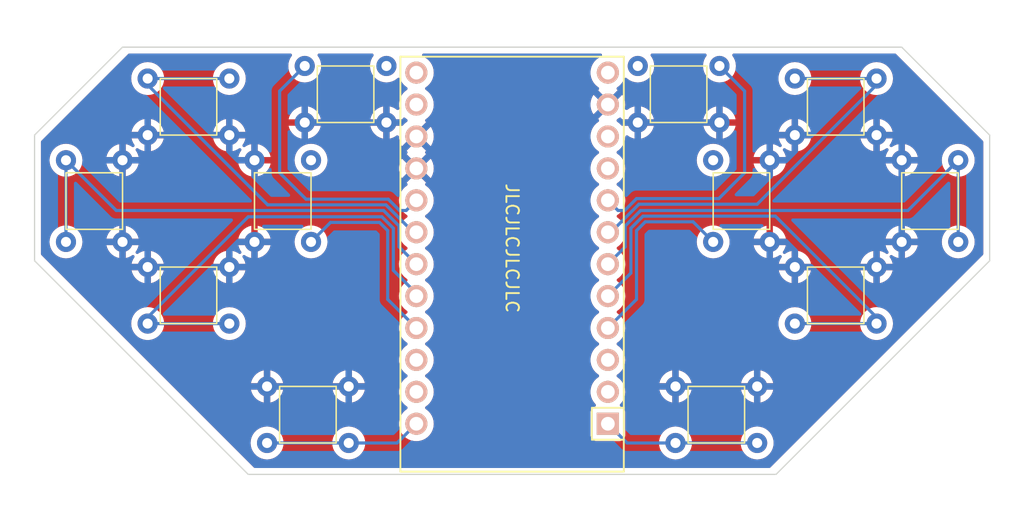
<source format=kicad_pcb>
(kicad_pcb (version 20211014) (generator pcbnew)
  (layers (0 "F.Cu" signal) (31 "B.Cu" signal) (34 "B.Paste" user) (35 "F.Paste" user) (36 "B.SilkS" user "B.Silkscreen") (37 "F.SilkS" user "F.Silkscreen") (38 "B.Mask" user) (39 "F.Mask" user) (44 "Edge.Cuts" user))
  (net 0 "")
  (net 1 "GND")
  (net 2 "UP")
  (net 3 "RIGHT")
  (net 4 "LEFT")
  (net 5 "DOWN")
  (net 6 "R")
  (net 7 "L")
  (net 8 "B")
  (net 9 "A")
  (net 10 "SELECT")
  (net 11 "START")
  (net 12 "MPLY")
  (net 13 "MREC")
  (footprint "gnawman:Momentary_Button" (layer "F.Cu") (at 143.75 36.5)
    (fp_text reference "button" hide)
    (fp_text value "Momentary_Button" hide)
    (fp_rect (start -4.25 9.5) (end 0.25 5) (layer "F.SilkS") (width 0.12) (fill none))
    (pad "1" thru_hole oval (at -5.25 5 90) (size 1.6 1.6) (drill 0.8) (layers *.Cu *.Mask) (net 6 "R"))
    (pad "1" thru_hole oval (at 1.25 5 90) (size 1.6 1.6) (drill 0.8) (layers *.Cu *.Mask) (net 6 "R"))
    (pad "2" thru_hole oval (at -5.25 9.5 90) (size 1.6 1.6) (drill 0.8) (layers *.Cu *.Mask) (net 1 "GND"))
    (pad "2" thru_hole oval (at 1.25 9.5 90) (size 1.6 1.6) (drill 0.8) (layers *.Cu *.Mask) (net 1 "GND"))
  )
  (footprint "gnawman:Momentary_Button" (layer "F.Cu") (at 139.75 66 180)
    (fp_text reference "button" hide)
    (fp_text value "Momentary_Button" hide)
    (fp_rect (start -4.25 9.5) (end 0.25 5) (layer "F.SilkS") (width 0.12) (fill none))
    (pad "1" thru_hole oval (at 1.25 5 270) (size 1.6 1.6) (drill 0.8) (layers *.Cu *.Mask) (net 9 "A"))
    (pad "1" thru_hole oval (at -5.25 5 270) (size 1.6 1.6) (drill 0.8) (layers *.Cu *.Mask) (net 9 "A"))
    (pad "2" thru_hole oval (at 1.25 9.5 270) (size 1.6 1.6) (drill 0.8) (layers *.Cu *.Mask) (net 1 "GND"))
    (pad "2" thru_hole oval (at -5.25 9.5 270) (size 1.6 1.6) (drill 0.8) (layers *.Cu *.Mask) (net 1 "GND"))
  )
  (footprint "gnawman:Momentary_Button" (layer "F.Cu") (at 88.25 66 180)
    (fp_text reference "button" hide)
    (fp_text value "Momentary_Button" hide)
    (fp_rect (start -4.25 9.5) (end 0.25 5) (layer "F.SilkS") (width 0.12) (fill none))
    (pad "1" thru_hole oval (at 1.25 5 270) (size 1.6 1.6) (drill 0.8) (layers *.Cu *.Mask) (net 5 "DOWN"))
    (pad "1" thru_hole oval (at -5.25 5 270) (size 1.6 1.6) (drill 0.8) (layers *.Cu *.Mask) (net 5 "DOWN"))
    (pad "2" thru_hole oval (at -5.25 9.5 270) (size 1.6 1.6) (drill 0.8) (layers *.Cu *.Mask) (net 1 "GND"))
    (pad "2" thru_hole oval (at 1.25 9.5 270) (size 1.6 1.6) (drill 0.8) (layers *.Cu *.Mask) (net 1 "GND"))
  )
  (footprint "gnawman:Momentary_Button" (layer "F.Cu") (at 127 49.25 90)
    (fp_text reference "button" hide)
    (fp_text value "Momentary_Button" hide)
    (fp_rect (start -4.25 9.5) (end 0.25 5) (layer "F.SilkS") (width 0.12) (fill none))
    (pad "1" thru_hole oval locked (at 1.25 5 180) (size 1.6 1.6) (drill 0.8) (layers *.Cu *.Mask))
    (pad "1" thru_hole oval locked (at -5.25 5 180) (size 1.6 1.6) (drill 0.8) (layers *.Cu *.Mask) (net 7 "L"))
    (pad "2" thru_hole oval locked (at -5.25 9.5 180) (size 1.6 1.6) (drill 0.8) (layers *.Cu *.Mask) (net 1 "GND"))
    (pad "2" thru_hole oval locked (at 1.25 9.5 180) (size 1.6 1.6) (drill 0.8) (layers *.Cu *.Mask) (net 1 "GND"))
  )
  (footprint "ProMicro" (layer "F.Cu") (at 116 55 90)
    (fp_text reference "MCU1" hide)
    (fp_text value "" hide)
    (fp_line (start -15.24 6.35) (end -15.24 8.89) (layer "F.SilkS") (width 0.15))
    (fp_line (start 15.24 8.89) (end 15.24 -8.89) (layer "F.SilkS") (width 0.15))
    (fp_line (start -15.24 6.35) (end -12.7 6.35) (layer "F.SilkS") (width 0.15))
    (fp_line (start -12.7 6.35) (end -12.7 8.89) (layer "F.SilkS") (width 0.15))
    (fp_line (start 15.24 -8.89) (end -17.78 -8.89) (layer "F.SilkS") (width 0.15))
    (fp_line (start -17.78 8.89) (end 15.24 8.89) (layer "F.SilkS") (width 0.15))
    (fp_line (start -17.78 -8.89) (end -17.78 8.89) (layer "F.SilkS") (width 0.15))
    (pad "1" thru_hole rect locked (at -13.97 7.62 90) (size 1.7526 1.7526) (drill 1.0922) (layers *.Cu *.SilkS *.Mask) (net 11 "START"))
    (pad "2" thru_hole circle locked (at -11.43 7.62 180) (size 1.7526 1.7526) (drill 1.0922) (layers *.Cu *.SilkS *.Mask))
    (pad "3" thru_hole circle locked (at -8.89 7.62 180) (size 1.7526 1.7526) (drill 1.0922) (layers *.Cu *.SilkS *.Mask))
    (pad "4" thru_hole circle locked (at -6.35 7.62 180) (size 1.7526 1.7526) (drill 1.0922) (layers *.Cu *.SilkS *.Mask) (net 7 "L"))
    (pad "5" thru_hole circle locked (at -3.81 7.62 180) (size 1.7526 1.7526) (drill 1.0922) (layers *.Cu *.SilkS *.Mask) (net 9 "A"))
    (pad "6" thru_hole circle locked (at -1.27 7.62 180) (size 1.7526 1.7526) (drill 1.0922) (layers *.Cu *.SilkS *.Mask) (net 8 "B"))
    (pad "7" thru_hole circle (at 1.27 7.62 180) (size 1.7526 1.7526) (drill 1.0922) (layers *.Cu *.SilkS *.Mask) (net 6 "R"))
    (pad "8" thru_hole circle locked (at 3.81 7.62 180) (size 1.7526 1.7526) (drill 1.0922) (layers *.Cu *.SilkS *.Mask) (net 12 "MPLY"))
    (pad "9" thru_hole circle locked (at 6.35 7.62 180) (size 1.7526 1.7526) (drill 1.0922) (layers *.Cu *.SilkS *.Mask))
    (pad "10" thru_hole circle locked (at 8.89 7.62 180) (size 1.7526 1.7526) (drill 1.0922) (layers *.Cu *.SilkS *.Mask))
    (pad "11" thru_hole circle locked (at 11.43 7.62 180) (size 1.7526 1.7526) (drill 1.0922) (layers *.Cu *.SilkS *.Mask) (net 1 "GND"))
    (pad "12" thru_hole circle locked (at 13.97 7.62 180) (size 1.7526 1.7526) (drill 1.0922) (layers *.Cu *.SilkS *.Mask))
    (pad "13" thru_hole circle locked (at -13.97 -7.62 180) (size 1.7526 1.7526) (drill 1.0922) (layers *.Cu *.SilkS *.Mask) (net 10 "SELECT"))
    (pad "14" thru_hole circle locked (at -11.43 -7.62 180) (size 1.7526 1.7526) (drill 1.0922) (layers *.Cu *.SilkS *.Mask))
    (pad "15" thru_hole circle locked (at -8.89 -7.62 180) (size 1.7526 1.7526) (drill 1.0922) (layers *.Cu *.SilkS *.Mask))
    (pad "16" thru_hole circle locked (at -6.35 -7.62 180) (size 1.7526 1.7526) (drill 1.0922) (layers *.Cu *.SilkS *.Mask) (net 3 "RIGHT"))
    (pad "17" thru_hole circle locked (at -3.81 -7.62 180) (size 1.7526 1.7526) (drill 1.0922) (layers *.Cu *.SilkS *.Mask) (net 5 "DOWN"))
    (pad "18" thru_hole circle locked (at -1.27 -7.62 180) (size 1.7526 1.7526) (drill 1.0922) (layers *.Cu *.SilkS *.Mask) (net 4 "LEFT"))
    (pad "19" thru_hole circle locked (at 1.27 -7.62 180) (size 1.7526 1.7526) (drill 1.0922) (layers *.Cu *.SilkS *.Mask) (net 2 "UP"))
    (pad "20" thru_hole circle locked (at 3.81 -7.62 180) (size 1.7526 1.7526) (drill 1.0922) (layers *.Cu *.SilkS *.Mask) (net 13 "MREC"))
    (pad "21" thru_hole circle locked (at 6.35 -7.62 180) (size 1.7526 1.7526) (drill 1.0922) (layers *.Cu *.SilkS *.Mask) (net 1 "GND"))
    (pad "22" thru_hole circle locked (at 8.89 -7.62 180) (size 1.7526 1.7526) (drill 1.0922) (layers *.Cu *.SilkS *.Mask) (net 1 "GND"))
    (pad "23" thru_hole circle locked (at 11.43 -7.62 180) (size 1.7526 1.7526) (drill 1.0922) (layers *.Cu *.SilkS *.Mask))
    (pad "24" thru_hole circle locked (at 13.97 -7.62 180) (size 1.7526 1.7526) (drill 1.0922) (layers *.Cu *.SilkS *.Mask))
  )
  (footprint "gnawman:Momentary_Button" (layer "F.Cu") (at 156.5 53.25 -90)
    (fp_text reference "button" hide)
    (fp_text value "Momentary_Button" hide)
    (fp_rect (start -4.25 9.5) (end 0.25 5) (layer "F.SilkS") (width 0.12) (fill none))
    (pad "1" thru_hole oval (at 1.25 5) (size 1.6 1.6) (drill 0.8) (layers *.Cu *.Mask) (net 8 "B"))
    (pad "1" thru_hole oval (at -5.25 5) (size 1.6 1.6) (drill 0.8) (layers *.Cu *.Mask) (net 8 "B"))
    (pad "2" thru_hole oval (at 1.25 9.5) (size 1.6 1.6) (drill 0.8) (layers *.Cu *.Mask) (net 1 "GND"))
    (pad "2" thru_hole oval (at -5.25 9.5) (size 1.6 1.6) (drill 0.8) (layers *.Cu *.Mask) (net 1 "GND"))
  )
  (footprint "gnawman:Momentary_Button" (layer "F.Cu") (at 97.75 75.5 180)
    (fp_text reference "button" hide)
    (fp_text value "Momentary_Button" hide)
    (fp_rect (start -4.25 9.5) (end 0.25 5) (layer "F.SilkS") (width 0.12) (fill none))
    (pad "1" thru_hole oval (at -5.25 5 270) (size 1.6 1.6) (drill 0.8) (layers *.Cu *.Mask) (net 10 "SELECT"))
    (pad "1" thru_hole oval (at 1.25 5 270) (size 1.6 1.6) (drill 0.8) (layers *.Cu *.Mask) (net 10 "SELECT"))
    (pad "2" thru_hole oval (at -5.25 9.5 270) (size 1.6 1.6) (drill 0.8) (layers *.Cu *.Mask) (net 1 "GND"))
    (pad "2" thru_hole oval (at 1.25 9.5 270) (size 1.6 1.6) (drill 0.8) (layers *.Cu *.Mask) (net 1 "GND"))
  )
  (footprint "gnawman:Momentary_Button" (layer "F.Cu") (at 92.25 36.5)
    (fp_text reference "button" hide)
    (fp_text value "Momentary_Button" hide)
    (fp_rect (start -4.25 9.5) (end 0.25 5) (layer "F.SilkS") (width 0.12) (fill none))
    (pad "1" thru_hole oval (at 1.25 5 90) (size 1.6 1.6) (drill 0.8) (layers *.Cu *.Mask) (net 2 "UP"))
    (pad "1" thru_hole oval (at -5.25 5 90) (size 1.6 1.6) (drill 0.8) (layers *.Cu *.Mask) (net 2 "UP"))
    (pad "2" thru_hole oval (at 1.25 9.5 90) (size 1.6 1.6) (drill 0.8) (layers *.Cu *.Mask) (net 1 "GND"))
    (pad "2" thru_hole oval (at -5.25 9.5 90) (size 1.6 1.6) (drill 0.8) (layers *.Cu *.Mask) (net 1 "GND"))
  )
  (footprint "gnawman:Momentary_Button" (layer "F.Cu") (at 104.75 35.5)
    (fp_text reference "button" hide)
    (fp_text value "Momentary_Button" hide)
    (fp_rect (start -4.25 9.5) (end 0.25 5) (layer "F.SilkS") (width 0.12) (fill none))
    (pad "1" thru_hole oval (at 1.25 5 90) (size 1.6 1.6) (drill 0.8) (layers *.Cu *.Mask))
    (pad "1" thru_hole oval (at -5.25 5 90) (size 1.6 1.6) (drill 0.8) (layers *.Cu *.Mask) (net 13 "MREC"))
    (pad "2" thru_hole oval (at 1.25 9.5 90) (size 1.6 1.6) (drill 0.8) (layers *.Cu *.Mask) (net 1 "GND"))
    (pad "2" thru_hole oval (at -5.25 9.5 90) (size 1.6 1.6) (drill 0.8) (layers *.Cu *.Mask) (net 1 "GND"))
  )
  (footprint "gnawman:Momentary_Button" (layer "F.Cu") (at 105 53.25 -90)
    (fp_text reference "button" hide)
    (fp_text value "Momentary_Button" hide)
    (fp_rect (start -4.25 9.5) (end 0.25 5) (layer "F.SilkS") (width 0.12) (fill none))
    (pad "1" thru_hole oval (at 1.25 5) (size 1.6 1.6) (drill 0.8) (layers *.Cu *.Mask) (net 3 "RIGHT"))
    (pad "1" thru_hole oval (at -5.25 5) (size 1.6 1.6) (drill 0.8) (layers *.Cu *.Mask))
    (pad "2" thru_hole oval (at -5.25 9.5) (size 1.6 1.6) (drill 0.8) (layers *.Cu *.Mask) (net 1 "GND"))
    (pad "2" thru_hole oval (at 1.25 9.5) (size 1.6 1.6) (drill 0.8) (layers *.Cu *.Mask) (net 1 "GND"))
  )
  (footprint "gnawman:Momentary_Button" (layer "F.Cu") (at 75.5 49.25 90)
    (fp_text reference "button" hide)
    (fp_text value "Momentary_Button" hide)
    (fp_rect (start -4.25 9.5) (end 0.25 5) (layer "F.SilkS") (width 0.12) (fill none))
    (pad "1" thru_hole oval (at -5.25 5 180) (size 1.6 1.6) (drill 0.8) (layers *.Cu *.Mask) (net 4 "LEFT"))
    (pad "1" thru_hole oval (at 1.25 5 180) (size 1.6 1.6) (drill 0.8) (layers *.Cu *.Mask) (net 4 "LEFT"))
    (pad "2" thru_hole oval (at 1.25 9.5 180) (size 1.6 1.6) (drill 0.8) (layers *.Cu *.Mask) (net 1 "GND"))
    (pad "2" thru_hole oval (at -5.25 9.5 180) (size 1.6 1.6) (drill 0.8) (layers *.Cu *.Mask) (net 1 "GND"))
  )
  (footprint "gnawman:Momentary_Button" (layer "F.Cu") (at 130.25 75.5 180)
    (fp_text reference "button" hide)
    (fp_text value "Momentary_Button" hide)
    (fp_rect (start -4.25 9.5) (end 0.25 5) (layer "F.SilkS") (width 0.12) (fill none))
    (pad "1" thru_hole oval (at 1.25 5 270) (size 1.6 1.6) (drill 0.8) (layers *.Cu *.Mask) (net 11 "START"))
    (pad "1" thru_hole oval (at -5.25 5 270) (size 1.6 1.6) (drill 0.8) (layers *.Cu *.Mask) (net 11 "START"))
    (pad "2" thru_hole oval (at -5.25 9.5 270) (size 1.6 1.6) (drill 0.8) (layers *.Cu *.Mask) (net 1 "GND"))
    (pad "2" thru_hole oval (at 1.25 9.5 270) (size 1.6 1.6) (drill 0.8) (layers *.Cu *.Mask) (net 1 "GND"))
  )
  (footprint "gnawman:Momentary_Button" (layer "F.Cu") (at 131.25 35.5)
    (fp_text reference "button" hide)
    (fp_text value "Momentary_Button" hide)
    (fp_rect (start -4.25 9.5) (end 0.25 5) (layer "F.SilkS") (width 0.12) (fill none))
    (pad "1" thru_hole oval (at -5.25 5 90) (size 1.6 1.6) (drill 0.8) (layers *.Cu *.Mask))
    (pad "1" thru_hole oval (at 1.25 5 90) (size 1.6 1.6) (drill 0.8) (layers *.Cu *.Mask) (net 12 "MPLY"))
    (pad "2" thru_hole oval (at 1.25 9.5 90) (size 1.6 1.6) (drill 0.8) (layers *.Cu *.Mask) (net 1 "GND"))
    (pad "2" thru_hole oval (at -5.25 9.5 90) (size 1.6 1.6) (drill 0.8) (layers *.Cu *.Mask) (net 1 "GND"))
  )
  (gr_line (start 78 46) (end 85 39) (layer "Edge.Cuts") (width 0.1))
  (gr_line (start 95 73) (end 137 73) (layer "Edge.Cuts") (width 0.1))
  (gr_line (start 147 39) (end 85 39) (layer "Edge.Cuts") (width 0.1))
  (gr_line (start 137 73) (end 154 56) (layer "Edge.Cuts") (width 0.1))
  (gr_line (start 95 73) (end 78 56) (layer "Edge.Cuts") (width 0.1))
  (gr_line (start 78 56) (end 78 46) (layer "Edge.Cuts") (width 0.1))
  (gr_line (start 154 46) (end 147 39) (layer "Edge.Cuts") (width 0.1))
  (gr_line (start 154 56) (end 154 46) (layer "Edge.Cuts") (width 0.1))
  (gr_text "JLCJLCJLCJLC" (at 116 55 270) (layer "F.SilkS") (effects (font (size 1 1))))
  (segment (start 96.55 51.55) (end 105.959188 51.55) (width 0.25) (layer "B.Cu") (net 2))
  (segment (start 108.139188 53.73) (end 108.38 53.73) (width 0.25) (layer "B.Cu") (net 2))
  (segment (start 87 41.5) (end 93.5 41.5) (width 0.25) (layer "B.Cu") (net 2))
  (segment (start 87 42) (end 96.55 51.55) (width 0.25) (layer "B.Cu") (net 2))
  (segment (start 105.959188 51.55) (end 108.139188 53.73) (width 0.25) (layer "B.Cu") (net 2))
  (segment (start 87 41.5) (end 87 42) (width 0.25) (layer "B.Cu") (net 2))
  (segment (start 106.1 53.6) (end 106.1 59.07) (width 0.25) (layer "B.Cu") (net 3))
  (segment (start 105.45 52.95) (end 106.1 53.6) (width 0.25) (layer "B.Cu") (net 3))
  (segment (start 100 54.5) (end 101.55 52.95) (width 0.25) (layer "B.Cu") (net 3))
  (segment (start 106.1 59.07) (end 108.38 61.35) (width 0.25) (layer "B.Cu") (net 3))
  (segment (start 101.55 52.95) (end 105.45 52.95) (width 0.25) (layer "B.Cu") (net 3))
  (segment (start 84.5 52) (end 105.772792 52) (width 0.25) (layer "B.Cu") (net 4))
  (segment (start 107 53.227208) (end 107 54.89) (width 0.25) (layer "B.Cu") (net 4))
  (segment (start 105.772792 52) (end 107 53.227208) (width 0.25) (layer "B.Cu") (net 4))
  (segment (start 107 54.89) (end 108.38 56.27) (width 0.25) (layer "B.Cu") (net 4))
  (segment (start 80.5 48) (end 84.5 52) (width 0.25) (layer "B.Cu") (net 4))
  (segment (start 80.5 54.5) (end 80.5 48) (width 0.25) (layer "B.Cu") (net 4))
  (segment (start 87 61) (end 87 60.5) (width 0.25) (layer "B.Cu") (net 5))
  (segment (start 87 61) (end 93.5 61) (width 0.25) (layer "B.Cu") (net 5))
  (segment (start 108.38 58.595) (end 108.38 58.81) (width 0.25) (layer "B.Cu") (net 5))
  (segment (start 106.55 53.413604) (end 106.55 56.765) (width 0.25) (layer "B.Cu") (net 5))
  (segment (start 106.55 56.765) (end 108.38 58.595) (width 0.25) (layer "B.Cu") (net 5))
  (segment (start 105.636396 52.5) (end 106.55 53.413604) (width 0.25) (layer "B.Cu") (net 5))
  (segment (start 87 60.5) (end 95 52.5) (width 0.25) (layer "B.Cu") (net 5))
  (segment (start 95 52.5) (end 105.636396 52.5) (width 0.25) (layer "B.Cu") (net 5))
  (segment (start 126.090812 51.5) (end 123.860812 53.73) (width 0.25) (layer "B.Cu") (net 6))
  (segment (start 145 41.5) (end 145 42) (width 0.25) (layer "B.Cu") (net 6))
  (segment (start 135.5 51.5) (end 126.090812 51.5) (width 0.25) (layer "B.Cu") (net 6))
  (segment (start 145 42) (end 135.5 51.5) (width 0.25) (layer "B.Cu") (net 6))
  (segment (start 138.5 41.5) (end 145 41.5) (width 0.25) (layer "B.Cu") (net 6))
  (segment (start 123.860812 53.73) (end 123.62 53.73) (width 0.25) (layer "B.Cu") (net 6))
  (segment (start 130.4 52.9) (end 126.6 52.9) (width 0.25) (layer "B.Cu") (net 7))
  (segment (start 126.6 52.9) (end 125.9 53.6) (width 0.25) (layer "B.Cu") (net 7))
  (segment (start 132 54.5) (end 130.4 52.9) (width 0.25) (layer "B.Cu") (net 7))
  (segment (start 125.9 59.07) (end 123.62 61.35) (width 0.25) (layer "B.Cu") (net 7))
  (segment (start 125.9 53.6) (end 125.9 59.07) (width 0.25) (layer "B.Cu") (net 7))
  (segment (start 125 53.227208) (end 125 54.89) (width 0.25) (layer "B.Cu") (net 8))
  (segment (start 151.5 48) (end 151.5 54.5) (width 0.25) (layer "B.Cu") (net 8))
  (segment (start 126.227208 52) (end 125 53.227208) (width 0.25) (layer "B.Cu") (net 8))
  (segment (start 147.5 52) (end 126.227208 52) (width 0.25) (layer "B.Cu") (net 8))
  (segment (start 151.5 48) (end 147.5 52) (width 0.25) (layer "B.Cu") (net 8))
  (segment (start 125 54.89) (end 123.62 56.27) (width 0.25) (layer "B.Cu") (net 8))
  (segment (start 125.45 53.413604) (end 125.45 56.98) (width 0.25) (layer "B.Cu") (net 9))
  (segment (start 145 60.5) (end 136.95 52.45) (width 0.25) (layer "B.Cu") (net 9))
  (segment (start 138.5 61) (end 145 61) (width 0.25) (layer "B.Cu") (net 9))
  (segment (start 136.95 52.45) (end 126.413604 52.45) (width 0.25) (layer "B.Cu") (net 9))
  (segment (start 145 61) (end 145 60.5) (width 0.25) (layer "B.Cu") (net 9))
  (segment (start 125.45 56.98) (end 123.62 58.81) (width 0.25) (layer "B.Cu") (net 9))
  (segment (start 126.413604 52.45) (end 125.45 53.413604) (width 0.25) (layer "B.Cu") (net 9))
  (segment (start 103 70.5) (end 96.5 70.5) (width 0.25) (layer "B.Cu") (net 10))
  (segment (start 103 70.5) (end 106.85 70.5) (width 0.25) (layer "B.Cu") (net 10))
  (segment (start 106.85 70.5) (end 108.38 68.97) (width 0.25) (layer "B.Cu") (net 10))
  (segment (start 129 70.5) (end 125.15 70.5) (width 0.25) (layer "B.Cu") (net 11))
  (segment (start 125.15 70.5) (end 123.62 68.97) (width 0.25) (layer "B.Cu") (net 11))
  (segment (start 135.5 70.5) (end 129 70.5) (width 0.25) (layer "B.Cu") (net 11))
  (segment (start 124.954416 52) (end 124.43 52) (width 0.25) (layer "B.Cu") (net 12))
  (segment (start 134.5 49) (end 132.45 51.05) (width 0.25) (layer "B.Cu") (net 12))
  (segment (start 125.904416 51.05) (end 124.954416 52) (width 0.25) (layer "B.Cu") (net 12))
  (segment (start 134.5 42.5) (end 134.5 49) (width 0.25) (layer "B.Cu") (net 12))
  (segment (start 132.5 40.5) (end 134.5 42.5) (width 0.25) (layer "B.Cu") (net 12))
  (segment (start 132.45 51.05) (end 125.904416 51.05) (width 0.25) (layer "B.Cu") (net 12))
  (segment (start 124.43 52) (end 123.62 51.19) (width 0.25) (layer "B.Cu") (net 12))
  (segment (start 97.5 42.5) (end 97.5 49) (width 0.25) (layer "B.Cu") (net 13))
  (segment (start 107.045584 52) (end 107.57 52) (width 0.25) (layer "B.Cu") (net 13))
  (segment (start 99.6 51.1) (end 106.145584 51.1) (width 0.25) (layer "B.Cu") (net 13))
  (segment (start 99.5 40.5) (end 97.5 42.5) (width 0.25) (layer "B.Cu") (net 13))
  (segment (start 106.145584 51.1) (end 107.045584 52) (width 0.25) (layer "B.Cu") (net 13))
  (segment (start 97.5 49) (end 99.6 51.1) (width 0.25) (layer "B.Cu") (net 13))
  (segment (start 107.57 52) (end 108.38 51.19) (width 0.25) (layer "B.Cu") (net 13))
  (zone (net 1) (net_name "GND") (layers F&B.Cu) (connect_pads (clearance 0.508)) (min_thickness 0.254) (fill yes (thermal_gap 0.508) (thermal_bridge_width 0.508))
    (polygon (pts (xy 153.5 46.5) (xy 153.5 55.5) (xy 136.5 72.5) (xy 95.5 72.5) (xy 78.5 55.5) (xy 78.5 46.5) (xy 85.5 39.5) (xy 146.5 39.5)))
  )
)
</source>
